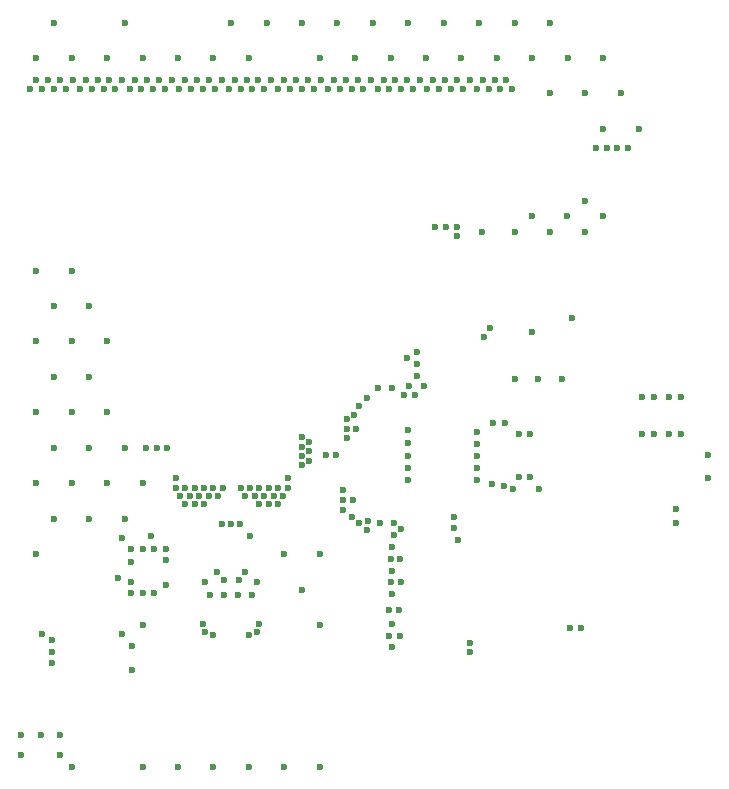
<source format=gbr>
%TF.GenerationSoftware,Altium Limited,Altium Designer,22.9.1 (49)*%
G04 Layer_Color=32896*
%FSLAX45Y45*%
%MOMM*%
%TF.SameCoordinates,E77D5F78-0586-4990-9624-58BD59020D5A*%
%TF.FilePolarity,Positive*%
%TF.FileFunction,Other,Top_Tenting*%
%TF.Part,Single*%
G01*
G75*
%TA.AperFunction,SMDPad,CuDef*%
%ADD110C,0.60000*%
D110*
X2998042Y1416441D02*
D03*
X3368042Y1436441D02*
D03*
X3328042Y1756441D02*
D03*
X3388042Y1506441D02*
D03*
X3224241Y2355042D02*
D03*
X2928042Y1436441D02*
D03*
X2908042Y1506441D02*
D03*
X3150000Y2355042D02*
D03*
X3298042Y1416441D02*
D03*
X2968042Y1756441D02*
D03*
X3208042D02*
D03*
X3088042D02*
D03*
X3213200Y1879899D02*
D03*
X3086200D02*
D03*
X3071841Y2355042D02*
D03*
X5680000Y3120000D02*
D03*
X5590000D02*
D03*
X3750000Y3010000D02*
D03*
X6860000Y3430000D02*
D03*
X6960000D02*
D03*
X6730000D02*
D03*
X6630000D02*
D03*
X3230000Y2660000D02*
D03*
X3000000D02*
D03*
X2920000D02*
D03*
X2840000D02*
D03*
X2760000D02*
D03*
X3310000D02*
D03*
X3390000D02*
D03*
X3470000D02*
D03*
X3550000D02*
D03*
X3080000D02*
D03*
X4650000Y3040000D02*
D03*
Y2930000D02*
D03*
Y2830000D02*
D03*
Y2730000D02*
D03*
X5230000D02*
D03*
Y2830000D02*
D03*
Y2930000D02*
D03*
Y3030000D02*
D03*
Y3130000D02*
D03*
X5370000Y3210000D02*
D03*
X5470000D02*
D03*
X5760000Y2650000D02*
D03*
X3430000Y2590000D02*
D03*
X3350000D02*
D03*
X3270000D02*
D03*
X3510000D02*
D03*
X3040000Y2590000D02*
D03*
X2960000D02*
D03*
X2880000D02*
D03*
X2800000D02*
D03*
X4390000Y3510000D02*
D03*
X4530000Y2360000D02*
D03*
X4410000D02*
D03*
X4510000Y2160000D02*
D03*
Y1960000D02*
D03*
Y1760000D02*
D03*
Y1510000D02*
D03*
Y1310000D02*
D03*
X4570000Y1630000D02*
D03*
X4590000Y2310000D02*
D03*
X6020000Y1470000D02*
D03*
X6110000D02*
D03*
X5040000Y2320000D02*
D03*
Y2410000D02*
D03*
X5170000Y1350000D02*
D03*
Y1270000D02*
D03*
X4510000Y3510000D02*
D03*
X4720000Y3610000D02*
D03*
X5340000Y4010000D02*
D03*
X5700000Y3980000D02*
D03*
X5750000Y3580000D02*
D03*
X5950000D02*
D03*
X5550000D02*
D03*
X6040000Y4100000D02*
D03*
X5290000Y3940000D02*
D03*
X2600000Y2050000D02*
D03*
X2500000Y2140000D02*
D03*
X2300000Y2030000D02*
D03*
Y2140000D02*
D03*
X2400000D02*
D03*
X2300000Y1860000D02*
D03*
Y1770000D02*
D03*
X2400000D02*
D03*
X2500000D02*
D03*
X2600000Y1840000D02*
D03*
Y2140000D02*
D03*
X2930000Y1860000D02*
D03*
X3370000D02*
D03*
X2310000Y1320000D02*
D03*
Y1120000D02*
D03*
X2230000Y1420000D02*
D03*
X1630000Y1370000D02*
D03*
X1550000Y1420000D02*
D03*
X1630000Y1270000D02*
D03*
Y1180000D02*
D03*
X4880000Y4870000D02*
D03*
X4970000D02*
D03*
X5060000D02*
D03*
X6240000Y5540000D02*
D03*
X6510000D02*
D03*
X6420000D02*
D03*
X6330000D02*
D03*
X6960000Y3120000D02*
D03*
X6860000D02*
D03*
X6730000D02*
D03*
X6630000D02*
D03*
X5360000Y2690000D02*
D03*
X5540000Y2650000D02*
D03*
X5680000Y2750000D02*
D03*
X5010000Y6040000D02*
D03*
X2910000D02*
D03*
X4810000D02*
D03*
X3650000D02*
D03*
X3550000D02*
D03*
X3010000D02*
D03*
X3850000D02*
D03*
X5110000D02*
D03*
X2710000D02*
D03*
X2810000D02*
D03*
X4910000D02*
D03*
X3750000D02*
D03*
X3430000D02*
D03*
X3330000D02*
D03*
X3130000D02*
D03*
X3230000D02*
D03*
X4270000D02*
D03*
X4170000D02*
D03*
X4070000D02*
D03*
X3970000D02*
D03*
X4390000D02*
D03*
X4590000D02*
D03*
X4690000D02*
D03*
X4490000D02*
D03*
X5230000D02*
D03*
X5430000D02*
D03*
X5330000D02*
D03*
X5530000D02*
D03*
X5480000Y6110000D02*
D03*
X5280000D02*
D03*
X5380000D02*
D03*
X4960000D02*
D03*
X4860000D02*
D03*
X5060000D02*
D03*
X4540000D02*
D03*
X4440000D02*
D03*
X4640000D02*
D03*
X4120000D02*
D03*
X4020000D02*
D03*
X4220000D02*
D03*
X3700000D02*
D03*
X3600000D02*
D03*
X3800000D02*
D03*
X3280000D02*
D03*
X3180000D02*
D03*
X3380000D02*
D03*
X2860000D02*
D03*
X2760000D02*
D03*
X2960000D02*
D03*
X3030000Y1950000D02*
D03*
X3270000D02*
D03*
X2230000Y2240000D02*
D03*
X2190000Y1900000D02*
D03*
X2470000Y2250000D02*
D03*
X2520000Y3000000D02*
D03*
X2430000D02*
D03*
X2610000D02*
D03*
X5460000Y2680000D02*
D03*
X1540000Y570000D02*
D03*
X1700000D02*
D03*
X1370000D02*
D03*
X1700000Y400000D02*
D03*
X1370000D02*
D03*
X5590000Y2750000D02*
D03*
X5060000Y4790000D02*
D03*
X3750000Y2930000D02*
D03*
X3810000Y2890000D02*
D03*
X3630000Y2740000D02*
D03*
X3810000Y2970000D02*
D03*
X3950000Y2940000D02*
D03*
X4040000D02*
D03*
X4230000Y3350000D02*
D03*
X3750000Y3090000D02*
D03*
X3810000Y3050000D02*
D03*
X3750000Y2850000D02*
D03*
X4130000Y3160000D02*
D03*
X4210000D02*
D03*
X4130000Y3080000D02*
D03*
Y3240000D02*
D03*
X4610000Y3450000D02*
D03*
X4710000D02*
D03*
X4660000Y3520000D02*
D03*
X4780000D02*
D03*
X4720000Y3710000D02*
D03*
Y3810000D02*
D03*
X4640000Y3760000D02*
D03*
X4500000Y2060000D02*
D03*
X4530000Y2260000D02*
D03*
X4500000Y1860000D02*
D03*
X4490000Y1630000D02*
D03*
Y1410000D02*
D03*
X4580000D02*
D03*
X4590000Y1860000D02*
D03*
X4580000Y2060000D02*
D03*
X4170000Y2410000D02*
D03*
X4230000Y2360000D02*
D03*
X4310000Y2380000D02*
D03*
X4300000Y2300000D02*
D03*
Y3420000D02*
D03*
X4180000Y2560000D02*
D03*
X4100000Y2470000D02*
D03*
Y2640000D02*
D03*
Y2560000D02*
D03*
X3590000Y2590000D02*
D03*
X2720000D02*
D03*
X2760000Y2520000D02*
D03*
X2840000D02*
D03*
X2920000D02*
D03*
X3550000D02*
D03*
X3470000D02*
D03*
X3390000D02*
D03*
X2680000Y2660000D02*
D03*
X3630000D02*
D03*
X2680000Y2740000D02*
D03*
X6920000Y2360000D02*
D03*
Y2480000D02*
D03*
X7190000Y2740000D02*
D03*
Y2940000D02*
D03*
X6300000Y4960000D02*
D03*
X5990000D02*
D03*
X5700000D02*
D03*
X5270000Y4830000D02*
D03*
X5550000Y4830000D02*
D03*
X5850000D02*
D03*
X6150000D02*
D03*
X1500000Y2099999D02*
D03*
X1649999Y2399999D02*
D03*
X1500000Y2699999D02*
D03*
X1649999Y2999999D02*
D03*
X1500000Y3299999D02*
D03*
X1649999Y3599999D02*
D03*
X1500000Y3899999D02*
D03*
X1649999Y4199999D02*
D03*
X1500000Y4499999D02*
D03*
Y6299998D02*
D03*
X1799999Y300000D02*
D03*
X1949999Y2399999D02*
D03*
X1799999Y2699999D02*
D03*
X1949999Y2999999D02*
D03*
X1799999Y3299999D02*
D03*
X1949999Y3599999D02*
D03*
X1799999Y3899999D02*
D03*
X1949999Y4199999D02*
D03*
X1799999Y4499999D02*
D03*
Y6299998D02*
D03*
X2249999Y2399999D02*
D03*
X2099999Y2699999D02*
D03*
X2249999Y2999999D02*
D03*
X2099999Y3299999D02*
D03*
Y3899999D02*
D03*
Y6299998D02*
D03*
X2399999Y300000D02*
D03*
Y1500000D02*
D03*
Y6299998D02*
D03*
X2699999Y300000D02*
D03*
Y6299998D02*
D03*
X2999999Y300000D02*
D03*
Y6299998D02*
D03*
X3299999Y300000D02*
D03*
Y6299998D02*
D03*
X3599999Y300000D02*
D03*
X3749999Y1799999D02*
D03*
X3599999Y2099999D02*
D03*
X3899999Y300000D02*
D03*
Y1500000D02*
D03*
Y2099999D02*
D03*
Y6299998D02*
D03*
X4199999D02*
D03*
X4499999D02*
D03*
X4799999D02*
D03*
X5099998D02*
D03*
X5399998D02*
D03*
X5849998Y5999998D02*
D03*
X5699998Y6299998D02*
D03*
X6149998Y5999998D02*
D03*
X5999998Y6299998D02*
D03*
X6299998Y5699998D02*
D03*
X6449998Y5999998D02*
D03*
X6299998Y6299998D02*
D03*
X6599998Y5699998D02*
D03*
X2400000Y2700000D02*
D03*
X6150000Y5090000D02*
D03*
X3910000Y6110000D02*
D03*
X4330000D02*
D03*
X4750000D02*
D03*
X3490000D02*
D03*
X3070000D02*
D03*
X2650000D02*
D03*
X2490000Y6040000D02*
D03*
X2540000Y6110000D02*
D03*
X2390000Y6040000D02*
D03*
X2590000D02*
D03*
X2440000Y6110000D02*
D03*
X2290000Y6040000D02*
D03*
X2340000Y6110000D02*
D03*
X2230000Y6110000D02*
D03*
X2170000Y6040000D02*
D03*
X1920000Y6110000D02*
D03*
X2120000D02*
D03*
X1970000Y6040000D02*
D03*
X1870000D02*
D03*
X2070000D02*
D03*
X1810000Y6110000D02*
D03*
X2020000Y6110000D02*
D03*
X1750000Y6040000D02*
D03*
X1450000D02*
D03*
X1600000Y6110000D02*
D03*
X1500000D02*
D03*
X1650000Y6040000D02*
D03*
X1700000Y6110000D02*
D03*
X1550000Y6040000D02*
D03*
X5170000Y6110000D02*
D03*
X5070000Y2220000D02*
D03*
X4650000Y3150000D02*
D03*
X4190000Y3280000D02*
D03*
X1649999Y6599998D02*
D03*
X2249999D02*
D03*
X5250000Y6600000D02*
D03*
X4950000D02*
D03*
X4650000D02*
D03*
X3450000D02*
D03*
X3750000D02*
D03*
X4050000D02*
D03*
X4350000D02*
D03*
X5550001D02*
D03*
X5850000D02*
D03*
X3150001D02*
D03*
X3310000Y2250000D02*
D03*
%TF.MD5,5f3034cd6f4335efae755c3c90136c7a*%
M02*

</source>
